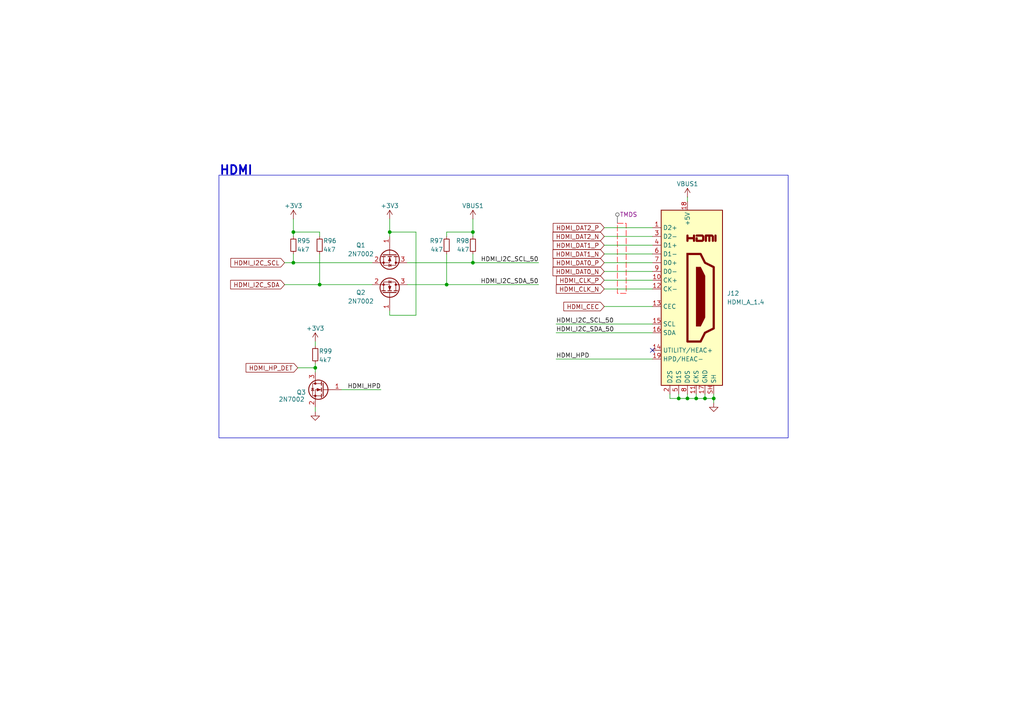
<source format=kicad_sch>
(kicad_sch (version 20250114) (generator "eeschema") (generator_version "9.0")
  (paper "A4")
  (title_block (title "FPGA Zynq7000 Dev Board") (date "2025-07-10") (rev "A"))
  (lib_symbols
    (symbol "Connector:HDMI_A_1.4"
      (property "Reference" "J" (at -6.35 26.67 0))
      (property "Value" "HDMI_A_1.4" (at 10.16 26.67 0))
      (symbol "HDMI_A_1.4_0_0"
        (polyline (pts (xy 0 16.51) (xy 0 18.034) (xy 0 17.272) (xy 1.905 17.272) (xy 1.905 18.034) (xy 1.905 16.51)) (stroke (width 0.635)))
        (polyline (pts (xy 2.667 18.034) (xy 4.318 18.034) (xy 4.572 17.78) (xy 4.572 16.764) (xy 4.318 16.51) (xy 2.667 16.51) (xy 2.667 17.272)) (stroke (width 0.635)))
        (polyline (pts (xy 8.128 16.51) (xy 8.128 18.034)) (stroke (width 0.635)))
      )
      (symbol "HDMI_A_1.4_0_1"
        (rectangle (start -7.62 25.4) (end 10.16 -25.4) (stroke (width 0.254)) (fill (type background)))
        (polyline (pts (xy 0 12.7) (xy 0 -12.7) (xy 3.81 -12.7) (xy 5.08 -10.16) (xy 7.62 -8.89) (xy 7.62 8.89) (xy 5.08 10.16) (xy 3.81 12.7) (xy 0 12.7)) (stroke (width 0.635)))
        (polyline (pts (xy 2.54 8.89) (xy 3.81 8.89) (xy 5.08 6.35) (xy 5.08 -5.715) (xy 3.81 -8.255) (xy 2.54 -8.255) (xy 2.54 8.89)) (fill (type outline)))
        (polyline (pts (xy 5.334 16.51) (xy 5.334 18.034) (xy 6.35 18.034) (xy 6.35 16.51) (xy 6.35 18.034) (xy 7.112 18.034) (xy 7.366 17.78) (xy 7.366 16.51)) (stroke (width 0.635)))
      )
      (symbol "HDMI_A_1.4_1_1"
        (pin passive line (at -10.16 20.32 0) (length 2.54) (name "D2+") (number "1"))
        (pin passive line (at -10.16 17.78 0) (length 2.54) (name "D2-") (number "3"))
        (pin passive line (at -10.16 15.24 0) (length 2.54) (name "D1+") (number "4"))
        (pin passive line (at -10.16 12.7 0) (length 2.54) (name "D1-") (number "6"))
        (pin passive line (at -10.16 10.16 0) (length 2.54) (name "D0+") (number "7"))
        (pin passive line (at -10.16 7.62 0) (length 2.54) (name "D0-") (number "9"))
        (pin passive line (at -10.16 5.08 0) (length 2.54) (name "CK+") (number "10"))
        (pin passive line (at -10.16 2.54 0) (length 2.54) (name "CK-") (number "12"))
        (pin bidirectional line (at -10.16 -2.54 0) (length 2.54) (name "CEC") (number "13"))
        (pin passive line (at -10.16 -7.62 0) (length 2.54) (name "SCL") (number "15"))
        (pin bidirectional line (at -10.16 -10.16 0) (length 2.54) (name "SDA") (number "16"))
        (pin passive line (at -10.16 -15.24 0) (length 2.54) (name "UTILITY/HEAC+") (number "14"))
        (pin passive line (at -10.16 -17.78 0) (length 2.54) (name "HPD/HEAC-") (number "19"))
        (pin power_in line (at -5.08 -27.94 90) (length 2.54) (name "D2S") (number "2"))
        (pin power_in line (at -2.54 -27.94 90) (length 2.54) (name "D1S") (number "5"))
        (pin power_in line (at 0 27.94 270) (length 2.54) (name "+5V") (number "18"))
        (pin power_in line (at 0 -27.94 90) (length 2.54) (name "D0S") (number "8"))
        (pin power_in line (at 2.54 -27.94 90) (length 2.54) (name "CKS") (number "11"))
        (pin power_in line (at 5.08 -27.94 90) (length 2.54) (name "GND") (number "17"))
        (pin passive line (at 7.62 -27.94 90) (length 2.54) (name "SH") (number "SH"))
      )
    )
    (symbol "Device:R_Small" (pin_numbers (hide yes)) (pin_names (offset 0.254) (hide yes))
      (property "Reference" "R" (at 0 0 90))
      (property "Value" "R_Small" (at 1.778 0 90))
      (symbol "R_Small_0_1"
        (rectangle (start -0.762 1.778) (end 0.762 -1.778) (stroke (width 0.2032)))
      )
      (symbol "R_Small_1_1"
        (pin passive line (at 0 2.54 270) (length 0.762) (name "~") (number "1"))
        (pin passive line (at 0 -2.54 90) (length 0.762) (name "~") (number "2"))
      )
    )
    (symbol "Transistor_FET:2N7002" (pin_names (offset 0) (hide yes))
      (property "Reference" "Q" (at 5.08 1.905 0))
      (property "Value" "2N7002" (at 5.08 0 0))
      (symbol "2N7002_0_1"
        (polyline (pts (xy 0.254 1.905) (xy 0.254 -1.905)) (stroke (width 0.254)))
        (polyline (pts (xy 0.254 0) (xy -2.54 0)))
        (polyline (pts (xy 0.762 2.286) (xy 0.762 1.27)) (stroke (width 0.254)))
        (polyline (pts (xy 0.762 0.508) (xy 0.762 -0.508)) (stroke (width 0.254)))
        (polyline (pts (xy 0.762 -1.27) (xy 0.762 -2.286)) (stroke (width 0.254)))
        (polyline (pts (xy 0.762 -1.778) (xy 3.302 -1.778) (xy 3.302 1.778) (xy 0.762 1.778)))
        (polyline (pts (xy 1.016 0) (xy 2.032 0.381) (xy 2.032 -0.381) (xy 1.016 0)) (fill (type outline)))
        (circle (center 1.651 0) (radius 2.794) (stroke (width 0.254)))
        (polyline (pts (xy 2.54 2.54) (xy 2.54 1.778)))
        (circle (center 2.54 1.778) (radius 0.254) (fill (type outline)))
        (circle (center 2.54 -1.778) (radius 0.254) (fill (type outline)))
        (polyline (pts (xy 2.54 -2.54) (xy 2.54 0) (xy 0.762 0)))
        (polyline (pts (xy 2.921 0.381) (xy 3.683 0.381)))
        (polyline (pts (xy 3.302 0.381) (xy 2.921 -0.254) (xy 3.683 -0.254) (xy 3.302 0.381)))
      )
      (symbol "2N7002_1_1"
        (pin input line (at -5.08 0 0) (length 2.54) (name "G") (number "1"))
        (pin passive line (at 2.54 5.08 270) (length 2.54) (name "D") (number "3"))
        (pin passive line (at 2.54 -5.08 90) (length 2.54) (name "S") (number "2"))
      )
    )
    (symbol "power:+5V" (power) (pin_numbers (hide yes)) (pin_names (offset 0) (hide yes))
      (property "Value" "+5V" (at 0 3.556 0))
      (symbol "+5V_0_1"
        (polyline (pts (xy -0.762 1.27) (xy 0 2.54)))
        (polyline (pts (xy 0 2.54) (xy 0.762 1.27)))
        (polyline (pts (xy 0 0) (xy 0 2.54)))
      )
      (symbol "+5V_1_1"
        (pin power_in line (at 0 0 90) (length 0) (name "~") (number "1"))
      )
    )
    (symbol "power:GND" (power) (pin_numbers (hide yes)) (pin_names (offset 0) (hide yes))
      (property "Value" "GND" (at 0 -3.81 0))
      (symbol "GND_0_1"
        (polyline (pts (xy 0 0) (xy 0 -1.27) (xy 1.27 -1.27) (xy 0 -2.54) (xy -1.27 -1.27) (xy 0 -1.27)))
      )
      (symbol "GND_1_1"
        (pin power_in line (at 0 0 270) (length 0) (name "~") (number "1"))
      )
    )
    (symbol "power:VDD" (power) (pin_numbers (hide yes)) (pin_names (offset 0) (hide yes))
      (property "Value" "VDD" (at 0 3.556 0))
      (symbol "VDD_0_1"
        (polyline (pts (xy -0.762 1.27) (xy 0 2.54)))
        (polyline (pts (xy 0 2.54) (xy 0.762 1.27)))
        (polyline (pts (xy 0 0) (xy 0 2.54)))
      )
      (symbol "VDD_1_1"
        (pin power_in line (at 0 0 90) (length 0) (name "~") (number "1"))
      )
    )
  )
  (rectangle (start 63.5 50.8) (end 228.6 127))
  (text "HDMI" (at 63.5 49.53 0) (effects (font (size 2.54 2.54) (thickness 0.508) (bold yes)) (justify left)))
  (junction (at 204.47 115.57))
  (junction (at 85.09 76.2))
  (junction (at 113.03 67.31))
  (junction (at 201.93 115.57))
  (junction (at 199.39 115.57))
  (junction (at 196.85 115.57))
  (junction (at 137.16 76.2))
  (junction (at 91.44 106.68))
  (junction (at 129.54 82.55))
  (junction (at 85.09 67.31))
  (junction (at 92.71 82.55))
  (junction (at 137.16 67.31))
  (junction (at 207.01 115.57))
  (no_connect (at 189.23 101.6))
  (wire (pts (xy 113.03 63.5) (xy 113.03 67.31)))
  (wire (pts (xy 113.03 90.17) (xy 113.03 91.44)))
  (wire (pts (xy 92.71 73.66) (xy 92.71 82.55)))
  (wire (pts (xy 120.65 67.31) (xy 120.65 91.44)))
  (wire (pts (xy 199.39 114.3) (xy 199.39 115.57)))
  (wire (pts (xy 85.09 76.2) (xy 107.95 76.2)))
  (wire (pts (xy 207.01 115.57) (xy 204.47 115.57)))
  (wire (pts (xy 189.23 71.12) (xy 175.26 71.12)))
  (wire (pts (xy 189.23 96.52) (xy 161.29 96.52)))
  (wire (pts (xy 137.16 63.5) (xy 137.16 67.31)))
  (wire (pts (xy 85.09 73.66) (xy 85.09 76.2)))
  (wire (pts (xy 137.16 73.66) (xy 137.16 76.2)))
  (wire (pts (xy 199.39 57.15) (xy 199.39 58.42)))
  (wire (pts (xy 196.85 115.57) (xy 199.39 115.57)))
  (wire (pts (xy 189.23 66.04) (xy 175.26 66.04)))
  (wire (pts (xy 196.85 114.3) (xy 196.85 115.57)))
  (wire (pts (xy 137.16 67.31) (xy 129.54 67.31)))
  (wire (pts (xy 113.03 67.31) (xy 113.03 68.58)))
  (wire (pts (xy 189.23 88.9) (xy 175.26 88.9)))
  (wire (pts (xy 189.23 83.82) (xy 175.26 83.82)))
  (wire (pts (xy 189.23 93.98) (xy 161.29 93.98)))
  (wire (pts (xy 207.01 115.57) (xy 207.01 114.3)))
  (wire (pts (xy 85.09 63.5) (xy 85.09 67.31)))
  (wire (pts (xy 85.09 67.31) (xy 85.09 68.58)))
  (wire (pts (xy 189.23 76.2) (xy 175.26 76.2)))
  (wire (pts (xy 189.23 73.66) (xy 175.26 73.66)))
  (wire (pts (xy 91.44 99.06) (xy 91.44 100.33)))
  (wire (pts (xy 118.11 82.55) (xy 129.54 82.55)))
  (wire (pts (xy 110.49 113.03) (xy 99.06 113.03)))
  (wire (pts (xy 129.54 67.31) (xy 129.54 68.58)))
  (wire (pts (xy 82.55 76.2) (xy 85.09 76.2)))
  (wire (pts (xy 120.65 67.31) (xy 113.03 67.31)))
  (wire (pts (xy 137.16 76.2) (xy 118.11 76.2)))
  (wire (pts (xy 194.31 115.57) (xy 196.85 115.57)))
  (wire (pts (xy 129.54 82.55) (xy 156.21 82.55)))
  (wire (pts (xy 194.31 114.3) (xy 194.31 115.57)))
  (wire (pts (xy 201.93 115.57) (xy 204.47 115.57)))
  (wire (pts (xy 91.44 105.41) (xy 91.44 106.68)))
  (wire (pts (xy 199.39 115.57) (xy 201.93 115.57)))
  (wire (pts (xy 189.23 81.28) (xy 175.26 81.28)))
  (wire (pts (xy 85.09 67.31) (xy 92.71 67.31)))
  (wire (pts (xy 92.71 82.55) (xy 107.95 82.55)))
  (wire (pts (xy 189.23 104.14) (xy 161.29 104.14)))
  (wire (pts (xy 86.36 106.68) (xy 91.44 106.68)))
  (wire (pts (xy 91.44 118.11) (xy 91.44 119.38)))
  (wire (pts (xy 156.21 76.2) (xy 137.16 76.2)))
  (wire (pts (xy 82.55 82.55) (xy 92.71 82.55)))
  (wire (pts (xy 137.16 67.31) (xy 137.16 68.58)))
  (wire (pts (xy 201.93 114.3) (xy 201.93 115.57)))
  (wire (pts (xy 189.23 78.74) (xy 175.26 78.74)))
  (wire (pts (xy 204.47 115.57) (xy 204.47 114.3)))
  (wire (pts (xy 92.71 67.31) (xy 92.71 68.58)))
  (wire (pts (xy 91.44 106.68) (xy 91.44 107.95)))
  (wire (pts (xy 120.65 91.44) (xy 113.03 91.44)))
  (wire (pts (xy 189.23 68.58) (xy 175.26 68.58)))
  (wire (pts (xy 207.01 116.84) (xy 207.01 115.57)))
  (wire (pts (xy 129.54 73.66) (xy 129.54 82.55)))
  (label "HDMI_HPD" (at 110.49 113.03 180))
  (label "HDMI_I2C_SDA_50" (at 161.29 96.52 0))
  (label "HDMI_HPD" (at 161.29 104.14 0))
  (label "HDMI_I2C_SDA_50" (at 156.21 82.55 180))
  (label "HDMI_I2C_SCL_50" (at 161.29 93.98 0))
  (label "HDMI_I2C_SCL_50" (at 156.21 76.2 180))
  (global_label "HDMI_DAT2_P" (shape input) (at 175.26 66.04 180) (property "Intersheetrefs" "${INTERSHEET_REFS}" (effects (hide yes))))
  (global_label "HDMI_DAT0_P" (shape input) (at 175.26 76.2 180) (property "Intersheetrefs" "${INTERSHEET_REFS}" (effects (hide yes))))
  (global_label "HDMI_I2C_SCL" (shape input) (at 82.55 76.2 180) (property "Intersheetrefs" "${INTERSHEET_REFS}" (effects (hide yes))))
  (global_label "HDMI_CLK_N" (shape input) (at 175.26 83.82 180) (property "Intersheetrefs" "${INTERSHEET_REFS}" (effects (hide yes))))
  (global_label "HDMI_DAT0_N" (shape input) (at 175.26 78.74 180) (property "Intersheetrefs" "${INTERSHEET_REFS}" (effects (hide yes))))
  (global_label "HDMI_CLK_P" (shape input) (at 175.26 81.28 180) (property "Intersheetrefs" "${INTERSHEET_REFS}" (effects (hide yes))))
  (global_label "HDMI_CEC" (shape input) (at 175.26 88.9 180) (property "Intersheetrefs" "${INTERSHEET_REFS}" (effects (hide yes))))
  (global_label "HDMI_I2C_SDA" (shape input) (at 82.55 82.55 180) (property "Intersheetrefs" "${INTERSHEET_REFS}" (effects (hide yes))))
  (global_label "HDMI_DAT1_P" (shape input) (at 175.26 71.12 180) (property "Intersheetrefs" "${INTERSHEET_REFS}" (effects (hide yes))))
  (global_label "HDMI_HP_DET" (shape input) (at 86.36 106.68 180) (property "Intersheetrefs" "${INTERSHEET_REFS}" (effects (hide yes))))
  (global_label "HDMI_DAT1_N" (shape input) (at 175.26 73.66 180) (property "Intersheetrefs" "${INTERSHEET_REFS}" (effects (hide yes))))
  (global_label "HDMI_DAT2_N" (shape input) (at 175.26 68.58 180) (property "Intersheetrefs" "${INTERSHEET_REFS}" (effects (hide yes))))
  (rule_area (polyline (pts (xy 179.07 64.77) (xy 181.61 64.77) (xy 181.61 85.09) (xy 179.07 85.09)) (stroke (width 0) (type dash))))
  (netclass_flag "" (length 2.54) (shape round) (at 179.07 64.77 0) (property "Netclass" "TMDS" (at 179.7685 62.23 0) (effects (justify left))))
  (symbol (lib_id "Transistor_FET:2N7002") (at 113.03 85.09 270) (mirror x) (unit 1)
    (property "Reference" "Q2" (at 104.648 84.836 90))
    (property "Value" "2N7002" (at 104.648 87.376 90))
    (property "Footprint" "Package_TO_SOT_SMD:SOT-23" (effects (hide yes)))
    (property "Datasheet" "https://www.onsemi.com/pub/Collateral/NDS7002A-D.PDF" (effects (hide yes)))
    (property "Description" "0.115A Id, 60V Vds, N-Channel MOSFET, SOT-23" (effects (hide yes)))
  )
  (symbol (lib_id "Device:R_Small") (at 137.16 71.12 0) (mirror y) (unit 1)
    (property "Reference" "R98" (at 136.144 69.85 0) (effects (justify left)))
    (property "Value" "4k7" (at 136.144 72.39 0) (effects (justify left)))
    (property "Footprint" "Resistor_SMD:R_0402_1005Metric" (effects (hide yes)))
    (property "Description" "Resistor, small symbol" (effects (hide yes)))
  )
  (symbol (lib_id "power:GND") (at 91.44 119.38 0) (unit 1)
    (property "Reference" "#PWR0214" (effects (hide yes)))
    (property "Value" "GND" (effects (hide yes)))
    (property "Description" "Power symbol creates a global label with name \"GND\" , ground" (effects (hide yes)))
  )
  (symbol (lib_id "power:+5V") (at 137.16 63.5 0) (unit 1)
    (property "Reference" "#PWR0211" (effects (hide yes)))
    (property "Value" "VBUS1" (at 137.16 59.69 0))
    (property "Description" "Power symbol creates a global label with name \"+5V\"" (effects (hide yes)))
  )
  (symbol (lib_id "Transistor_FET:2N7002") (at 113.03 73.66 270) (unit 1)
    (property "Reference" "Q1" (at 104.648 71.12 90))
    (property "Value" "2N7002" (at 104.648 73.66 90))
    (property "Footprint" "Package_TO_SOT_SMD:SOT-23" (effects (hide yes)))
    (property "Datasheet" "https://www.onsemi.com/pub/Collateral/NDS7002A-D.PDF" (effects (hide yes)))
    (property "Description" "0.115A Id, 60V Vds, N-Channel MOSFET, SOT-23" (effects (hide yes)))
  )
  (symbol (lib_id "Transistor_FET:2N7002") (at 93.98 113.03 0) (mirror y) (unit 1)
    (property "Reference" "Q3" (at 87.376 113.792 0))
    (property "Value" "2N7002" (at 84.582 115.824 0))
    (property "Footprint" "Package_TO_SOT_SMD:SOT-23" (effects (hide yes)))
    (property "Datasheet" "https://www.onsemi.com/pub/Collateral/NDS7002A-D.PDF" (effects (hide yes)))
    (property "Description" "0.115A Id, 60V Vds, N-Channel MOSFET, SOT-23" (effects (hide yes)))
  )
  (symbol (lib_id "Device:R_Small") (at 85.09 71.12 0) (unit 1)
    (property "Reference" "R95" (at 86.106 69.85 0) (effects (justify left)))
    (property "Value" "4k7" (at 86.106 72.39 0) (effects (justify left)))
    (property "Footprint" "Resistor_SMD:R_0402_1005Metric" (effects (hide yes)))
    (property "Description" "Resistor, small symbol" (effects (hide yes)))
  )
  (symbol (lib_id "Connector:HDMI_A_1.4") (at 199.39 86.36 0) (unit 1)
    (property "Reference" "J12" (at 210.82 85.0899 0) (effects (justify left)))
    (property "Value" "HDMI_A_1.4" (at 210.82 87.6299 0) (effects (justify left)))
    (property "Footprint" "Connector_Video:HDMI_A_Molex_208658-1001_Horizontal" (effects (hide yes)))
    (property "Datasheet" "https://en.wikipedia.org/wiki/HDMI" (effects (hide yes)))
    (property "Description" "HDMI 1.4+ type A connector" (effects (hide yes)))
  )
  (symbol (lib_id "power:GND") (at 207.01 116.84 0) (unit 1)
    (property "Reference" "#PWR0213" (effects (hide yes)))
    (property "Value" "GND" (effects (hide yes)))
    (property "Description" "Power symbol creates a global label with name \"GND\" , ground" (effects (hide yes)))
  )
  (symbol (lib_id "Device:R_Small") (at 129.54 71.12 0) (mirror y) (unit 1)
    (property "Reference" "R97" (at 128.524 69.85 0) (effects (justify left)))
    (property "Value" "4k7" (at 128.524 72.39 0) (effects (justify left)))
    (property "Footprint" "Resistor_SMD:R_0402_1005Metric" (effects (hide yes)))
    (property "Description" "Resistor, small symbol" (effects (hide yes)))
  )
  (symbol (lib_id "power:+5V") (at 199.39 57.15 0) (unit 1)
    (property "Reference" "#PWR0208" (effects (hide yes)))
    (property "Value" "VBUS1" (at 199.39 53.34 0))
    (property "Description" "Power symbol creates a global label with name \"+5V\"" (effects (hide yes)))
  )
  (symbol (lib_id "power:VDD") (at 85.09 63.5 0) (unit 1)
    (property "Reference" "#PWR0209" (effects (hide yes)))
    (property "Value" "+3V3" (at 85.09 59.69 0))
    (property "Description" "Power symbol creates a global label with name \"VDD\"" (effects (hide yes)))
  )
  (symbol (lib_id "power:VDD") (at 91.44 99.06 0) (unit 1)
    (property "Reference" "#PWR0212" (effects (hide yes)))
    (property "Value" "+3V3" (at 91.44 95.25 0))
    (property "Description" "Power symbol creates a global label with name \"VDD\"" (effects (hide yes)))
  )
  (symbol (lib_id "power:VDD") (at 113.03 63.5 0) (unit 1)
    (property "Reference" "#PWR0210" (effects (hide yes)))
    (property "Value" "+3V3" (at 113.03 59.69 0))
    (property "Description" "Power symbol creates a global label with name \"VDD\"" (effects (hide yes)))
  )
  (symbol (lib_id "Device:R_Small") (at 92.71 71.12 0) (unit 1)
    (property "Reference" "R96" (at 93.726 69.85 0) (effects (justify left)))
    (property "Value" "4k7" (at 93.726 72.39 0) (effects (justify left)))
    (property "Footprint" "Resistor_SMD:R_0402_1005Metric" (effects (hide yes)))
    (property "Description" "Resistor, small symbol" (effects (hide yes)))
  )
  (symbol (lib_id "Device:R_Small") (at 91.44 102.87 0) (unit 1)
    (property "Reference" "R99" (at 92.456 101.854 0) (effects (justify left)))
    (property "Value" "4k7" (at 92.456 104.394 0) (effects (justify left)))
    (property "Footprint" "Resistor_SMD:R_0402_1005Metric" (effects (hide yes)))
    (property "Description" "Resistor, small symbol" (effects (hide yes)))
  )
)
</source>
